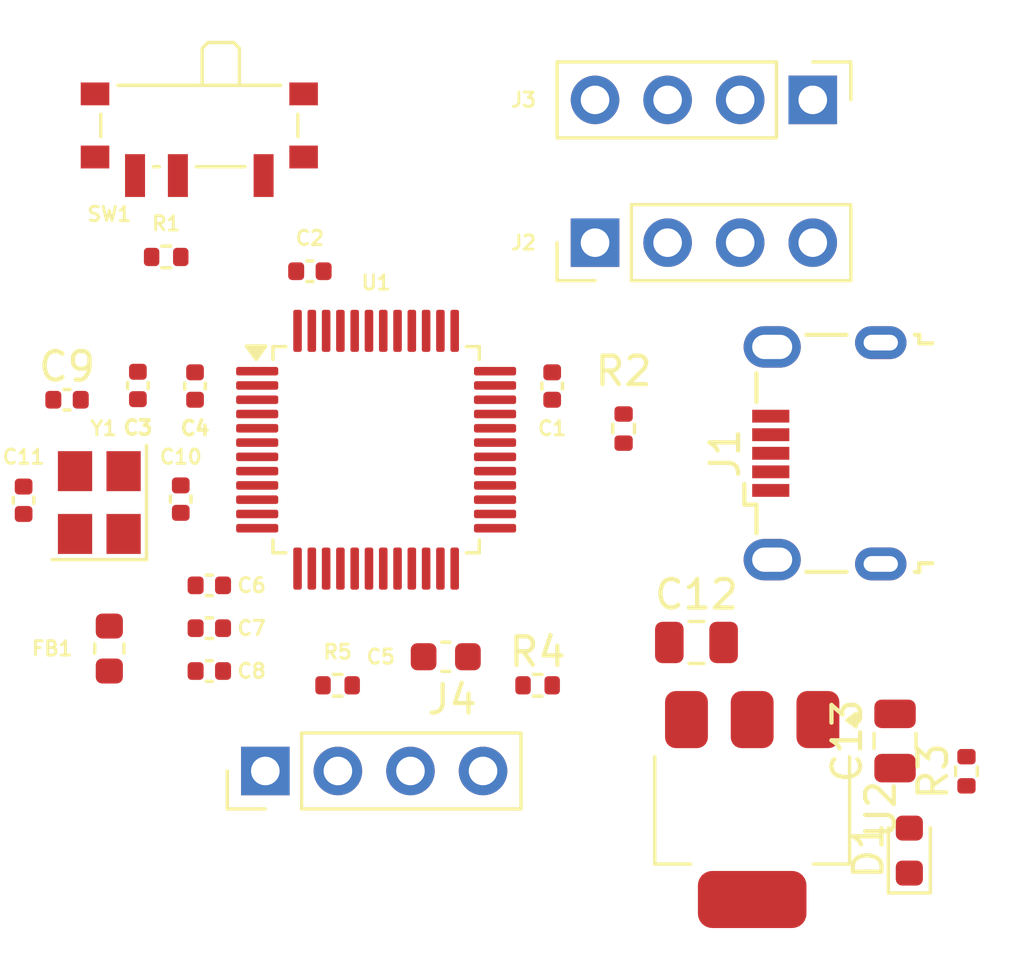
<source format=kicad_pcb>
(kicad_pcb (version 20240108) (generator "pcbnew") (generator_version "8.0")
  (layers (0 "F.Cu" signal) (31 "B.Cu" power) (34 "B.Paste" user) (35 "F.Paste" user) (36 "B.SilkS" user "B.Silkscreen") (37 "F.SilkS" user "F.Silkscreen") (38 "B.Mask" user) (39 "F.Mask" user) (44 "Edge.Cuts" user))
  (net 0 "")
  (net 1 "GND")
  (net 2 "+3.3V")
  (net 3 "+3.3VA")
  (net 4 "/NRST")
  (net 5 "/HSE_IN")
  (net 6 "/HSE_OUT")
  (net 7 "VBUS")
  (net 8 "/PWR_LED_K")
  (net 12 "/USB_D-")
  (net 13 "/USB_D+")
  (net 16 "/USART1_TX")
  (net 17 "/USART1_RX")
  (net 18 "/SWDIO")
  (net 19 "/SWCLK")
  (net 20 "/I2C2_SDA")
  (net 21 "/I2C2_SCL")
  (net 22 "/BOOT0")
  (net 23 "/SW_BOOT0")
  (footprint "Capacitor_SMD:C_0603_1608Metric" (layer "F.Cu") (at 137.275 90.5 180)
    (property "Reference" "C5" (at 2.275 0 360) (layer "F.SilkS") (effects (font (size 0.5 0.5) (thickness 0.1))))
    (property "Value" "10u")
    (fp_line (start -0.14058 0.51) (end 0.14058 0.51) (stroke (width 0.12)) (layer "F.SilkS"))
    (fp_line (start -0.14058 -0.51) (end 0.14058 -0.51) (stroke (width 0.12)) (layer "F.SilkS"))
    (pad "1" smd roundrect (at -0.775 0 180) (size 0.9 0.95) (layers "F.Cu" "F.Paste" "F.Mask") (net 2 "+3.3V"))
    (pad "2" smd roundrect (at 0.775 0 180) (size 0.9 0.95) (layers "F.Cu" "F.Paste" "F.Mask") (net 1 "GND"))
  )
  (footprint "Resistor_SMD:R_0402_1005Metric" (layer "F.Cu") (at 140.49 91.5)
    (property "Reference" "R4" (at 0 -1.17 360) (layer "F.SilkS"))
    (property "Value" "1k5")
    (fp_line (start -0.153641 -0.38) (end 0.153641 -0.38) (stroke (width 0.12)) (layer "F.SilkS"))
    (fp_line (start -0.153641 0.38) (end 0.153641 0.38) (stroke (width 0.12)) (layer "F.SilkS"))
    (pad "1" smd roundrect (at -0.51 0) (size 0.54 0.64) (layers "F.Cu" "F.Paste" "F.Mask") (net 2 "+3.3V"))
    (pad "2" smd roundrect (at 0.51 0) (size 0.54 0.64) (layers "F.Cu" "F.Paste" "F.Mask") (net 21 "/I2C2_SCL"))
  )
  (footprint "Capacitor_SMD:C_0402_1005Metric" (layer "F.Cu") (at 128.5 81.02 -90)
    (property "Reference" "C4" (at 1.48 0 180) (layer "F.SilkS") (effects (font (size 0.5 0.5) (thickness 0.125))))
    (property "Value" "100n")
    (fp_line (start -0.107836 0.36) (end 0.107836 0.36) (stroke (width 0.12)) (layer "F.SilkS"))
    (fp_line (start -0.107836 -0.36) (end 0.107836 -0.36) (stroke (width 0.12)) (layer "F.SilkS"))
    (pad "1" smd roundrect (at -0.48 0 270) (size 0.56 0.62) (layers "F.Cu" "F.Paste" "F.Mask") (net 2 "+3.3V"))
    (pad "2" smd roundrect (at 0.48 0 270) (size 0.56 0.62) (layers "F.Cu" "F.Paste" "F.Mask") (net 1 "GND"))
  )
  (footprint "Capacitor_SMD:C_0402_1005Metric" (layer "F.Cu") (at 129 89.5)
    (property "Reference" "C7" (at 1.48 0 0) (layer "F.SilkS") (effects (font (size 0.5 0.5) (thickness 0.1) (bold yes))))
    (property "Value" "1u")
    (fp_line (start -0.107836 -0.36) (end 0.107836 -0.36) (stroke (width 0.12)) (layer "F.SilkS"))
    (fp_line (start -0.107836 0.36) (end 0.107836 0.36) (stroke (width 0.12)) (layer "F.SilkS"))
    (pad "1" smd roundrect (at -0.48 0) (size 0.56 0.62) (layers "F.Cu" "F.Paste" "F.Mask") (net 3 "+3.3VA"))
    (pad "2" smd roundrect (at 0.48 0) (size 0.56 0.62) (layers "F.Cu" "F.Paste" "F.Mask") (net 1 "GND"))
  )
  (footprint "Connector_PinHeader_2.54mm:PinHeader_1x04_P2.54mm_Vertical" (layer "F.Cu") (at 142.5 76 90)
    (property "Reference" "J2" (at 0 -2.5 180) (layer "F.SilkS") (effects (font (size 0.5 0.5) (thickness 0.1) (bold yes))))
    (property "Value" "Conn_01x04_Pin")
    (fp_line (start -1.33 -1.33) (end 0 -1.33) (stroke (width 0.12)) (layer "F.SilkS"))
    (fp_line (start -1.33 0) (end -1.33 -1.33) (stroke (width 0.12)) (layer "F.SilkS"))
    (fp_line (start 1.33 1.27) (end 1.33 8.95) (stroke (width 0.12)) (layer "F.SilkS"))
    (fp_line (start -1.33 1.27) (end 1.33 1.27) (stroke (width 0.12)) (layer "F.SilkS"))
    (fp_line (start -1.33 1.27) (end -1.33 8.95) (stroke (width 0.12)) (layer "F.SilkS"))
    (fp_line (start -1.33 8.95) (end 1.33 8.95) (stroke (width 0.12)) (layer "F.SilkS"))
    (pad "1" thru_hole rect (at 0 0 90) (size 1.7 1.7) (drill 1) (layers "*.Cu" "*.Mask") (net 1 "GND"))
    (pad "2" thru_hole oval (at 0 2.54 90) (size 1.7 1.7) (drill 1) (layers "*.Cu" "*.Mask") (net 17 "/USART1_RX"))
    (pad "3" thru_hole oval (at 0 5.08 90) (size 1.7 1.7) (drill 1) (layers "*.Cu" "*.Mask") (net 16 "/USART1_TX"))
    (pad "4" thru_hole oval (at 0 7.62 90) (size 1.7 1.7) (drill 1) (layers "*.Cu" "*.Mask") (net 2 "+3.3V"))
  )
  (footprint "Resistor_SMD:R_0402_1005Metric" (layer "F.Cu") (at 155.5 94.51 90)
    (property "Reference" "R3" (at 0 -1.17 90) (layer "F.SilkS"))
    (property "Value" "1k5")
    (fp_line (start -0.153641 -0.38) (end 0.153641 -0.38) (stroke (width 0.12)) (layer "F.SilkS"))
    (fp_line (start -0.153641 0.38) (end 0.153641 0.38) (stroke (width 0.12)) (layer "F.SilkS"))
    (pad "1" smd roundrect (at -0.51 0 90) (size 0.54 0.64) (layers "F.Cu" "F.Paste" "F.Mask") (net 8 "/PWR_LED_K"))
    (pad "2" smd roundrect (at 0.51 0 90) (size 0.54 0.64) (layers "F.Cu" "F.Paste" "F.Mask") (net 1 "GND"))
  )
  (footprint "Button_Switch_SMD:SW_SPDT_PCM12" (layer "F.Cu") (at 128.65 72.22 180)
    (property "Reference" "SW1" (at 3.15 -2.78 0) (layer "F.SilkS") (effects (font (size 0.5 0.5) (thickness 0.1) (bold yes))))
    (property "Value" "SW_SPDT")
    (fp_line (start 3.45 0.72) (end 3.45 -0.07) (stroke (width 0.12)) (layer "F.SilkS"))
    (fp_line (start 1.4 -1.12) (end 1.6 -1.12) (stroke (width 0.12)) (layer "F.SilkS"))
    (fp_line (start -0.1 3.02) (end -0.1 1.73) (stroke (width 0.12)) (layer "F.SilkS"))
    (fp_line (start -0.1 3.02) (end -0.3 3.23) (stroke (width 0.12)) (layer "F.SilkS"))
    (fp_line (start -1.2 3.23) (end -0.3 3.23) (stroke (width 0.12)) (layer "F.SilkS"))
    (fp_line (start -1.4 3.02) (end -1.2 3.23) (stroke (width 0.12)) (layer "F.SilkS"))
    (fp_line (start -1.4 1.73) (end -1.4 3.02) (stroke (width 0.12)) (layer "F.SilkS"))
    (fp_line (start -1.6 -1.12) (end 0.1 -1.12) (stroke (width 0.12)) (layer "F.SilkS"))
    (fp_line (start -2.85 1.73) (end 2.85 1.73) (stroke (width 0.12)) (layer "F.SilkS"))
    (fp_line (start -3.45 -0.07) (end -3.45 0.72) (stroke (width 0.12)) (layer "F.SilkS"))
    (pad "" smd rect (at -3.65 -0.78 180) (size 1 0.8) (layers "F.Cu" "F.Paste" "F.Mask"))
    (pad "" smd rect (at -3.65 1.43 180) (size 1 0.8) (layers "F.Cu" "F.Paste" "F.Mask"))
    (pad "" np_thru_hole circle (at -1.5 0.33 180) (size 0.9 0.9) (drill 0.9) (layers "*.Cu" "*.Mask"))
    (pad "" np_thru_hole circle (at 1.5 0.33 180) (size 0.9 0.9) (drill 0.9) (layers "*.Cu" "*.Mask"))
    (pad "" smd rect (at 3.65 -0.78 180) (size 1 0.8) (layers "F.Cu" "F.Paste" "F.Mask"))
    (pad "" smd rect (at 3.65 1.43 180) (size 1 0.8) (layers "F.Cu" "F.Paste" "F.Mask"))
    (pad "1" smd rect (at -2.25 -1.43 180) (size 0.7 1.5) (layers "F.Cu" "F.Paste" "F.Mask") (net 1 "GND"))
    (pad "2" smd rect (at 0.75 -1.43 180) (size 0.7 1.5) (layers "F.Cu" "F.Paste" "F.Mask") (net 23 "/SW_BOOT0"))
    (pad "3" smd rect (at 2.25 -1.43 180) (size 0.7 1.5) (layers "F.Cu" "F.Paste" "F.Mask") (net 2 "+3.3V"))
  )
  (footprint "Capacitor_SMD:C_0402_1005Metric" (layer "F.Cu") (at 126.5 81 -90)
    (property "Reference" "C3" (at 1.48 0 180) (layer "F.SilkS") (effects (font (size 0.5 0.5) (thickness 0.125))))
    (property "Value" "100n")
    (fp_line (start -0.107836 0.36) (end 0.107836 0.36) (stroke (width 0.12)) (layer "F.SilkS"))
    (fp_line (start -0.107836 -0.36) (end 0.107836 -0.36) (stroke (width 0.12)) (layer "F.SilkS"))
    (pad "1" smd roundrect (at -0.48 0 270) (size 0.56 0.62) (layers "F.Cu" "F.Paste" "F.Mask") (net 2 "+3.3V"))
    (pad "2" smd roundrect (at 0.48 0 270) (size 0.56 0.62) (layers "F.Cu" "F.Paste" "F.Mask") (net 1 "GND"))
  )
  (footprint "Package_TO_SOT_SMD:SOT-223-3_TabPin2" (layer "F.Cu") (at 148 95.85 -90)
    (property "Reference" "U2" (at 0 -4.5 90) (layer "F.SilkS"))
    (property "Value" "AMS1117-3.3")
    (fp_line (start -1.85 3.41) (end 1.91 3.41) (stroke (width 0.12)) (layer "F.SilkS"))
    (fp_line (start 1.91 3.41) (end 1.91 2.15) (stroke (width 0.12)) (layer "F.SilkS"))
    (fp_line (start -1.85 -3.41) (end 1.91 -3.41) (stroke (width 0.12)) (layer "F.SilkS"))
    (fp_line (start 1.91 -3.41) (end 1.91 -2.15) (stroke (width 0.12)) (layer "F.SilkS"))
    (fp_poly (pts (xy -3.13 -3.31) (xy -3.37 -3.64) (xy -2.89 -3.64) (xy -3.13 -3.31)) (stroke (width 0.12)) (fill solid) (layer "F.SilkS"))
    (pad "1" smd roundrect (at -3.15 -2.3 270) (size 2 1.5) (layers "F.Cu" "F.Paste" "F.Mask") (net 1 "GND"))
    (pad "2" smd roundrect (at -3.15 0 270) (size 2 1.5) (layers "F.Cu" "F.Paste" "F.Mask") (net 2 "+3.3V"))
    (pad "2" smd roundrect (at 3.15 0 270) (size 2 3.8) (layers "F.Cu" "F.Paste" "F.Mask") (net 2 "+3.3V"))
    (pad "3" smd roundrect (at -3.15 2.3 270) (size 2 1.5) (layers "F.Cu" "F.Paste" "F.Mask") (net 7 "VBUS"))
  )
  (footprint "Capacitor_SMD:C_0402_1005Metric" (layer "F.Cu") (at 122.5 85.02 -90)
    (property "Reference" "C11" (at -1.52 0 180) (layer "F.SilkS") (effects (font (size 0.5 0.5) (thickness 0.1) (bold yes))))
    (property "Value" "10p")
    (fp_line (start -0.107836 0.36) (end 0.107836 0.36) (stroke (width 0.12)) (layer "F.SilkS"))
    (fp_line (start -0.107836 -0.36) (end 0.107836 -0.36) (stroke (width 0.12)) (layer "F.SilkS"))
    (pad "1" smd roundrect (at -0.48 0 270) (size 0.56 0.62) (layers "F.Cu" "F.Paste" "F.Mask") (net 6 "/HSE_OUT"))
    (pad "2" smd roundrect (at 0.48 0 270) (size 0.56 0.62) (layers "F.Cu" "F.Paste" "F.Mask") (net 1 "GND"))
  )
  (footprint "Resistor_SMD:R_0402_1005Metric" (layer "F.Cu") (at 133.49 91.5)
    (property "Reference" "R5" (at 0 -1.17 0) (layer "F.SilkS") (effects (font (size 0.5 0.5) (thickness 0.1) (bold yes))))
    (property "Value" "1k5")
    (fp_line (start -0.153641 -0.38) (end 0.153641 -0.38) (stroke (width 0.12)) (layer "F.SilkS"))
    (fp_line (start -0.153641 0.38) (end 0.153641 0.38) (stroke (width 0.12)) (layer "F.SilkS"))
    (pad "1" smd roundrect (at -0.51 0) (size 0.54 0.64) (layers "F.Cu" "F.Paste" "F.Mask") (net 2 "+3.3V"))
    (pad "2" smd roundrect (at 0.51 0) (size 0.54 0.64) (layers "F.Cu" "F.Paste" "F.Mask") (net 20 "/I2C2_SDA"))
  )
  (footprint "Capacitor_SMD:C_0805_2012Metric" (layer "F.Cu") (at 153 93.45 90)
    (property "Reference" "C13" (at 0 -1.68 90) (layer "F.SilkS"))
    (property "Value" "22u")
    (fp_line (start -0.261252 -0.735) (end 0.261252 -0.735) (stroke (width 0.12)) (layer "F.SilkS"))
    (fp_line (start -0.261252 0.735) (end 0.261252 0.735) (stroke (width 0.12)) (layer "F.SilkS"))
    (pad "1" smd roundrect (at -0.95 0 90) (size 1 1.45) (layers "F.Cu" "F.Paste" "F.Mask") (net 2 "+3.3V"))
    (pad "2" smd roundrect (at 0.95 0 90) (size 1 1.45) (layers "F.Cu" "F.Paste" "F.Mask") (net 1 "GND"))
  )
  (footprint "Capacitor_SMD:C_0402_1005Metric" (layer "F.Cu") (at 124.02 81.5)
    (property "Reference" "C9" (at 0 -1.16 360) (layer "F.SilkS"))
    (property "Value" "100n")
    (fp_line (start -0.107836 -0.36) (end 0.107836 -0.36) (stroke (width 0.12)) (layer "F.SilkS"))
    (fp_line (start -0.107836 0.36) (end 0.107836 0.36) (stroke (width 0.12)) (layer "F.SilkS"))
    (pad "1" smd roundrect (at -0.48 0) (size 0.56 0.62) (layers "F.Cu" "F.Paste" "F.Mask") (net 4 "/NRST"))
    (pad "2" smd roundrect (at 0.48 0) (size 0.56 0.62) (layers "F.Cu" "F.Paste" "F.Mask") (net 1 "GND"))
  )
  (footprint "Capacitor_SMD:C_0402_1005Metric" (layer "F.Cu") (at 129 88)
    (property "Reference" "C6" (at 1.48 0 0) (layer "F.SilkS") (effects (font (size 0.5 0.5) (thickness 0.1) (bold yes))))
    (property "Value" "10n")
    (fp_line (start -0.107836 -0.36) (end 0.107836 -0.36) (stroke (width 0.12)) (layer "F.SilkS"))
    (fp_line (start -0.107836 0.36) (end 0.107836 0.36) (stroke (width 0.12)) (layer "F.SilkS"))
    (pad "1" smd roundrect (at -0.48 0) (size 0.56 0.62) (layers "F.Cu" "F.Paste" "F.Mask") (net 3 "+3.3VA"))
    (pad "2" smd roundrect (at 0.48 0) (size 0.56 0.62) (layers "F.Cu" "F.Paste" "F.Mask") (net 1 "GND"))
  )
  (footprint "Connector_PinHeader_2.54mm:PinHeader_1x04_P2.54mm_Vertical" (layer "F.Cu") (at 150.12 71 -90)
    (property "Reference" "J3" (at 0 10.12 0) (layer "F.SilkS") (effects (font (size 0.5 0.5) (thickness 0.1) (bold yes))))
    (property "Value" "Conn_01x04_Pin")
    (fp_line (start -1.33 8.95) (end 1.33 8.95) (stroke (width 0.12)) (layer "F.SilkS"))
    (fp_line (start -1.33 1.27) (end -1.33 8.95) (stroke (width 0.12)) (layer "F.SilkS"))
    (fp_line (start -1.33 1.27) (end 1.33 1.27) (stroke (width 0.12)) (layer "F.SilkS"))
    (fp_line (start 1.33 1.27) (end 1.33 8.95) (stroke (width 0.12)) (layer "F.SilkS"))
    (fp_line (start -1.33 0) (end -1.33 -1.33) (stroke (width 0.12)) (layer "F.SilkS"))
    (fp_line (start -1.33 -1.33) (end 0 -1.33) (stroke (width 0.12)) (layer "F.SilkS"))
    (pad "1" thru_hole rect (at 0 0 270) (size 1.7 1.7) (drill 1) (layers "*.Cu" "*.Mask") (net 2 "+3.3V"))
    (pad "2" thru_hole oval (at 0 2.54 270) (size 1.7 1.7) (drill 1) (layers "*.Cu" "*.Mask") (net 18 "/SWDIO"))
    (pad "3" thru_hole oval (at 0 5.08 270) (size 1.7 1.7) (drill 1) (layers "*.Cu" "*.Mask") (net 19 "/SWCLK"))
    (pad "4" thru_hole oval (at 0 7.62 270) (size 1.7 1.7) (drill 1) (layers "*.Cu" "*.Mask") (net 1 "GND"))
  )
  (footprint "Inductor_SMD:L_0603_1608Metric" (layer "F.Cu") (at 125.5 90.2125 90)
    (property "Reference" "FB1" (at 0 -2 180) (layer "F.SilkS") (effects (font (size 0.5 0.5) (thickness 0.1) (bold yes))))
    (property "Value" "120R")
    (fp_line (start -0.162779 -0.51) (end 0.162779 -0.51) (stroke (width 0.12)) (layer "F.SilkS"))
    (fp_line (start -0.162779 0.51) (end 0.162779 0.51) (stroke (width 0.12)) (layer "F.SilkS"))
    (pad "1" smd roundrect (at -0.7875 0 90) (size 0.875 0.95) (layers "F.Cu" "F.Paste" "F.Mask") (net 3 "+3.3VA"))
    (pad "2" smd roundrect (at 0.7875 0 90) (size 0.875 0.95) (layers "F.Cu" "F.Paste" "F.Mask") (net 3 "+3.3VA"))
  )
  (footprint "Resistor_SMD:R_0402_1005Metric" (layer "F.Cu") (at 127.49 76.5)
    (property "Reference" "R1" (at 0 -1.17 0) (layer "F.SilkS") (effects (font (size 0.5 0.5) (thickness 0.1) (bold yes))))
    (property "Value" "10K")
    (fp_line (start -0.153641 -0.38) (end 0.153641 -0.38) (stroke (width 0.12)) (layer "F.SilkS"))
    (fp_line (start -0.153641 0.38) (end 0.153641 0.38) (stroke (width 0.12)) (layer "F.SilkS"))
    (pad "1" smd roundrect (at -0.51 0) (size 0.54 0.64) (layers "F.Cu" "F.Paste" "F.Mask") (net 23 "/SW_BOOT0"))
    (pad "2" smd roundrect (at 0.51 0) (size 0.54 0.64) (layers "F.Cu" "F.Paste" "F.Mask") (net 22 "/BOOT0"))
  )
  (footprint "Crystal:Crystal_SMD_3225-4Pin_3.2x2.5mm" (layer "F.Cu") (at 125.15 85.1 90)
    (property "Reference" "Y1" (at 2.6 0.15 180) (layer "F.SilkS") (effects (font (size 0.5 0.5) (thickness 0.1) (bold yes))))
    (property "Value" "16MHz")
    (fp_line (start -2 -1.65) (end -2 1.65) (stroke (width 0.12)) (layer "F.SilkS"))
    (fp_line (start -2 1.65) (end 2 1.65) (stroke (width 0.12)) (layer "F.SilkS"))
    (pad "1" smd rect (at -1.1 0.85 90) (size 1.4 1.2) (layers "F.Cu" "F.Paste" "F.Mask") (net 5 "/HSE_IN"))
    (pad "2" smd rect (at 1.1 0.85 90) (size 1.4 1.2) (layers "F.Cu" "F.Paste" "F.Mask") (net 1 "GND"))
    (pad "3" smd rect (at 1.1 -0.85 90) (size 1.4 1.2) (layers "F.Cu" "F.Paste" "F.Mask") (net 6 "/HSE_OUT"))
    (pad "4" smd rect (at -1.1 -0.85 90) (size 1.4 1.2) (layers "F.Cu" "F.Paste" "F.Mask") (net 1 "GND"))
  )
  (footprint "Capacitor_SMD:C_0402_1005Metric" (layer "F.Cu") (at 141 81.02 -90)
    (property "Reference" "C1" (at 1.48 0 180) (layer "F.SilkS") (effects (font (size 0.5 0.5) (thickness 0.1) (bold yes))))
    (property "Value" "100n")
    (fp_line (start -0.107836 0.36) (end 0.107836 0.36) (stroke (width 0.12)) (layer "F.SilkS"))
    (fp_line (start -0.107836 -0.36) (end 0.107836 -0.36) (stroke (width 0.12)) (layer "F.SilkS"))
    (pad "1" smd roundrect (at -0.48 0 270) (size 0.56 0.62) (layers "F.Cu" "F.Paste" "F.Mask") (net 2 "+3.3V"))
    (pad "2" smd roundrect (at 0.48 0 270) (size 0.56 0.62) (layers "F.Cu" "F.Paste" "F.Mask") (net 1 "GND"))
  )
  (footprint "Resistor_SMD:R_0402_1005Metric" (layer "F.Cu") (at 143.5 82.51 90)
    (property "Reference" "R2" (at 2.01 0 180) (layer "F.SilkS"))
    (property "Value" "1k5")
    (fp_line (start -0.153641 -0.38) (end 0.153641 -0.38) (stroke (width 0.12)) (layer "F.SilkS"))
    (fp_line (start -0.153641 0.38) (end 0.153641 0.38) (stroke (width 0.12)) (layer "F.SilkS"))
    (pad "1" smd roundrect (at -0.51 0 90) (size 0.54 0.64) (layers "F.Cu" "F.Paste" "F.Mask") (net 2 "+3.3V"))
    (pad "2" smd roundrect (at 0.51 0 90) (size 0.54 0.64) (layers "F.Cu" "F.Paste" "F.Mask") (net 13 "/USB_D+"))
  )
  (footprint "Capacitor_SMD:C_0402_1005Metric" (layer "F.Cu") (at 132.52 77)
    (property "Reference" "C2" (at 0 -1.16 0) (layer "F.SilkS") (effects (font (size 0.5 0.5) (thickness 0.1) (bold yes))))
    (property "Value" "100n")
    (fp_line (start -0.107836 -0.36) (end 0.107836 -0.36) (stroke (width 0.12)) (layer "F.SilkS"))
    (fp_line (start -0.107836 0.36) (end 0.107836 0.36) (stroke (width 0.12)) (layer "F.SilkS"))
    (pad "1" smd roundrect (at -0.48 0) (size 0.56 0.62) (layers "F.Cu" "F.Paste" "F.Mask") (net 2 "+3.3V"))
    (pad "2" smd roundrect (at 0.48 0) (size 0.56 0.62) (layers "F.Cu" "F.Paste" "F.Mask") (net 1 "GND"))
  )
  (footprint "LED_SMD:LED_0603_1608Metric" (layer "F.Cu") (at 153.5 97.2875 90)
    (property "Reference" "D1" (at 0 -1.43 90) (layer "F.SilkS"))
    (property "Value" "LED")
    (fp_line (start 0.8 -0.735) (end -1.485 -0.735) (stroke (width 0.12)) (layer "F.SilkS"))
    (fp_line (start -1.485 -0.735) (end -1.485 0.735) (stroke (width 0.12)) (layer "F.SilkS"))
    (fp_line (start -1.485 0.735) (end 0.8 0.735) (stroke (width 0.12)) (layer "F.SilkS"))
    (pad "1" smd roundrect (at -0.7875 0 90) (size 0.875 0.95) (layers "F.Cu" "F.Paste" "F.Mask") (net 8 "/PWR_LED_K"))
    (pad "2" smd roundrect (at 0.7875 0 90) (size 0.875 0.95) (layers "F.Cu" "F.Paste" "F.Mask") (net 2 "+3.3V"))
  )
  (footprint "Capacitor_SMD:C_0402_1005Metric" (layer "F.Cu") (at 128 84.98 90)
    (property "Reference" "C10" (at 1.48 0 180) (layer "F.SilkS") (effects (font (size 0.5 0.5) (thickness 0.1) (bold yes))))
    (property "Value" "10p")
    (fp_line (start -0.107836 -0.36) (end 0.107836 -0.36) (stroke (width 0.12)) (layer "F.SilkS"))
    (fp_line (start -0.107836 0.36) (end 0.107836 0.36) (stroke (width 0.12)) (layer "F.SilkS"))
    (pad "1" smd roundrect (at -0.48 0 90) (size 0.56 0.62) (layers "F.Cu" "F.Paste" "F.Mask") (net 5 "/HSE_IN"))
    (pad "2" smd roundrect (at 0.48 0 90) (size 0.56 0.62) (layers "F.Cu" "F.Paste" "F.Mask") (net 1 "GND"))
  )
  (footprint "Capacitor_SMD:C_0402_1005Metric" (layer "F.Cu") (at 129 91)
    (property "Reference" "C8" (at 1.48 0 0) (layer "F.SilkS") (effects (font (size 0.5 0.5) (thickness 0.1) (bold yes))))
    (property "Value" "1u")
    (fp_line (start -0.107836 -0.36) (end 0.107836 -0.36) (stroke (width 0.12)) (layer "F.SilkS"))
    (fp_line (start -0.107836 0.36) (end 0.107836 0.36) (stroke (width 0.12)) (layer "F.SilkS"))
    (pad "1" smd roundrect (at -0.48 0) (size 0.56 0.62) (layers "F.Cu" "F.Paste" "F.Mask") (net 3 "+3.3VA"))
    (pad "2" smd roundrect (at 0.48 0) (size 0.56 0.62) (layers "F.Cu" "F.Paste" "F.Mask") (net 1 "GND"))
  )
  (footprint "Connector_PinHeader_2.54mm:PinHeader_1x04_P2.54mm_Vertical" (layer "F.Cu") (at 130.96 94.5 90)
    (property "Reference" "J4" (at 2.5 6.54 180) (layer "F.SilkS"))
    (property "Value" "Conn_01x04_Pin")
    (fp_line (start -1.33 -1.33) (end 0 -1.33) (stroke (width 0.12)) (layer "F.SilkS"))
    (fp_line (start -1.33 0) (end -1.33 -1.33) (stroke (width 0.12)) (layer "F.SilkS"))
    (fp_line (start 1.33 1.27) (end 1.33 8.95) (stroke (width 0.12)) (layer "F.SilkS"))
    (fp_line (start -1.33 1.27) (end 1.33 1.27) (stroke (width 0.12)) (layer "F.SilkS"))
    (fp_line (start -1.33 1.27) (end -1.33 8.95) (stroke (width 0.12)) (layer "F.SilkS"))
    (fp_line (start -1.33 8.95) (end 1.33 8.95) (stroke (width 0.12)) (layer "F.SilkS"))
    (pad "1" thru_hole rect (at 0 0 90) (size 1.7 1.7) (drill 1) (layers "*.Cu" "*.Mask") (net 1 "GND"))
    (pad "2" thru_hole oval (at 0 2.54 90) (size 1.7 1.7) (drill 1) (layers "*.Cu" "*.Mask") (net 20 "/I2C2_SDA"))
    (pad "3" thru_hole oval (at 0 5.08 90) (size 1.7 1.7) (drill 1) (layers "*.Cu" "*.Mask") (net 21 "/I2C2_SCL"))
    (pad "4" thru_hole oval (at 0 7.62 90) (size 1.7 1.7) (drill 1) (layers "*.Cu" "*.Mask") (net 2 "+3.3V"))
  )
  (footprint "Package_QFP:LQFP-48_7x7mm_P0.5mm" (layer "F.Cu") (at 134.8375 83.25)
    (property "Reference" "U1" (at 0 -5.85 0) (layer "F.SilkS") (effects (font (size 0.5 0.5) (thickness 0.1) (bold yes))))
    (property "Value" "STM32F103C8Tx")
    (fp_line (start -3.61 -3.61) (end -3.61 -3.16) (stroke (width 0.12)) (layer "F.SilkS"))
    (fp_line (start -3.61 3.61) (end -3.61 3.16) (stroke (width 0.12)) (layer "F.SilkS"))
    (fp_line (start -3.16 -3.61) (end -3.61 -3.61) (stroke (width 0.12)) (layer "F.SilkS"))
    (fp_line (start -3.16 3.61) (end -3.61 3.61) (stroke (width 0.12)) (layer "F.SilkS"))
    (fp_line (start 3.16 -3.61) (end 3.61 -3.61) (stroke (width 0.12)) (layer "F.SilkS"))
    (fp_line (start 3.16 3.61) (end 3.61 3.61) (stroke (width 0.12)) (layer "F.SilkS"))
    (fp_line (start 3.61 -3.61) (end 3.61 -3.16) (stroke (width 0.12)) (layer "F.SilkS"))
    (fp_line (start 3.61 3.61) (end 3.61 3.16) (stroke (width 0.12)) (layer "F.SilkS"))
    (fp_poly (pts (xy -4.2 -3.16) (xy -4.54 -3.63) (xy -3.86 -3.63) (xy -4.2 -3.16)) (stroke (width 0.12)) (fill solid) (layer "F.SilkS"))
    (pad "1" smd roundrect (at -4.1625 -2.75) (size 1.475 0.3) (layers "F.Cu" "F.Paste" "F.Mask") (net 2 "+3.3V"))
    (pad "2" smd roundrect (at -4.1625 -2.25) (size 1.475 0.3) (layers "F.Cu" "F.Paste" "F.Mask"))
    (pad "3" smd roundrect (at -4.1625 -1.75) (size 1.475 0.3) (layers "F.Cu" "F.Paste" "F.Mask"))
    (pad "4" smd roundrect (at -4.1625 -1.25) (size 1.475 0.3) (layers "F.Cu" "F.Paste" "F.Mask"))
    (pad "5" smd roundrect (at -4.1625 -0.75) (size 1.475 0.3) (layers "F.Cu" "F.Paste" "F.Mask") (net 5 "/HSE_IN"))
    (pad "6" smd roundrect (at -4.1625 -0.25) (size 1.475 0.3) (layers "F.Cu" "F.Paste" "F.Mask") (net 6 "/HSE_OUT"))
    (pad "7" smd roundrect (at -4.1625 0.25) (size 1.475 0.3) (layers "F.Cu" "F.Paste" "F.Mask") (net 4 "/NRST"))
    (pad "8" smd roundrect (at -4.1625 0.75) (size 1.475 0.3) (layers "F.Cu" "F.Paste" "F.Mask") (net 1 "GND"))
    (pad "9" smd roundrect (at -4.1625 1.25) (size 1.475 0.3) (layers "F.Cu" "F.Paste" "F.Mask") (net 3 "+3.3VA"))
    (pad "10" smd roundrect (at -4.1625 1.75) (size 1.475 0.3) (layers "F.Cu" "F.Paste" "F.Mask"))
    (pad "11" smd roundrect (at -4.1625 2.25) (size 1.475 0.3) (layers "F.Cu" "F.Paste" "F.Mask"))
    (pad "12" smd roundrect (at -4.1625 2.75) (size 1.475 0.3) (layers "F.Cu" "F.Paste" "F.Mask"))
    (pad "13" smd roundrect (at -2.75 4.1625) (size 0.3 1.475) (layers "F.Cu" "F.Paste" "F.Mask"))
    (pad "14" smd roundrect (at -2.25 4.1625) (size 0.3 1.475) (layers "F.Cu" "F.Paste" "F.Mask"))
    (pad "15" smd roundrect (at -1.75 4.1625) (size 0.3 1.475) (layers "F.Cu" "F.Paste" "F.Mask"))
    (pad "16" smd roundrect (at -1.25 4.1625) (size 0.3 1.475) (layers "F.Cu" "F.Paste" "F.Mask"))
    (pad "17" smd roundrect (at -0.75 4.1625) (size 0.3 1.475) (layers "F.Cu" "F.Paste" "F.Mask"))
    (pad "18" smd roundrect (at -0.25 4.1625) (size 0.3 1.475) (layers "F.Cu" "F.Paste" "F.Mask"))
    (pad "19" smd roundrect (at 0.25 4.1625) (size 0.3 1.475) (layers "F.Cu" "F.Paste" "F.Mask"))
    (pad "20" smd roundrect (at 0.75 4.1625) (size 0.3 1.475) (layers "F.Cu" "F.Paste" "F.Mask"))
    (pad "21" smd roundrect (at 1.25 4.1625) (size 0.3 1.475) (layers "F.Cu" "F.Paste" "F.Mask") (net 21 "/I2C2_SCL"))
    (pad "22" smd roundrect (at 1.75 4.1625) (size 0.3 1.475) (layers "F.Cu" "F.Paste" "F.Mask") (net 20 "/I2C2_SDA"))
    (pad "23" smd roundrect (at 2.25 4.1625) (size 0.3 1.475) (layers "F.Cu" "F.Paste" "F.Mask") (net 1 "GND"))
    (pad "24" smd roundrect (at 2.75 4.1625) (size 0.3 1.475) (layers "F.Cu" "F.Paste" "F.Mask") (net 2 "+3.3V"))
    (pad "25" smd roundrect (at 4.1625 2.75) (size 1.475 0.3) (layers "F.Cu" "F.Paste" "F.Mask"))
    (pad "26" smd roundrect (at 4.1625 2.25) (size 1.475 0.3) (layers "F.Cu" "F.Paste" "F.Mask"))
    (pad "27" smd roundrect (at 4.1625 1.75) (size 1.475 0.3) (layers "F.Cu" "F.Paste" "F.Mask"))
    (pad "28" smd roundrect (at 4.1625 1.25) (size 1.475 0.3) (layers "F.Cu" "F.Paste" "F.Mask"))
    (pad "29" smd roundrect (at 4.1625 0.75) (size 1.475 0.3) (layers "F.Cu" "F.Paste" "F.Mask"))
    (pad "30" smd roundrect (at 4.1625 0.25) (size 1.475 0.3) (layers "F.Cu" "F.Paste" "F.Mask"))
    (pad "31" smd roundrect (at 4.1625 -0.25) (size 1.475 0.3) (layers "F.Cu" "F.Paste" "F.Mask"))
    (pad "32" smd roundrect (at 4.1625 -0.75) (size 1.475 0.3) (layers "F.Cu" "F.Paste" "F.Mask") (net 12 "/USB_D-"))
    (pad "33" smd roundrect (at 4.1625 -1.25) (size 1.475 0.3) (layers "F.Cu" "F.Paste" "F.Mask") (net 13 "/USB_D+"))
    (pad "34" smd roundrect (at 4.1625 -1.75) (size 1.475 0.3) (layers "F.Cu" "F.Paste" "F.Mask") (net 18 "/SWDIO"))
    (pad "35" smd roundrect (at 4.1625 -2.25) (size 1.475 0.3) (layers "F.Cu" "F.Paste" "F.Mask") (net 1 "GND"))
    (pad "36" smd roundrect (at 4.1625 -2.75) (size 1.475 0.3) (layers "F.Cu" "F.Paste" "F.Mask") (net 2 "+3.3V"))
    (pad "37" smd roundrect (at 2.75 -4.1625) (size 0.3 1.475) (layers "F.Cu" "F.Paste" "F.Mask") (net 19 "/SWCLK"))
    (pad "38" smd roundrect (at 2.25 -4.1625) (size 0.3 1.475) (layers "F.Cu" "F.Paste" "F.Mask"))
    (pad "39" smd roundrect (at 1.75 -4.1625) (size 0.3 1.475) (layers "F.Cu" "F.Paste" "F.Mask"))
    (pad "40" smd roundrect (at 1.25 -4.1625) (size 0.3 1.475) (layers "F.Cu" "F.Paste" "F.Mask"))
    (pad "41" smd roundrect (at 0.75 -4.1625) (size 0.3 1.475) (layers "F.Cu" "F.Paste" "F.Mask"))
    (pad "42" smd roundrect (at 0.25 -4.1625) (size 0.3 1.475) (layers "F.Cu" "F.Paste" "F.Mask") (net 16 "/USART1_TX"))
    (pad "43" smd roundrect (at -0.25 -4.1625) (size 0.3 1.475) (layers "F.Cu" "F.Paste" "F.Mask") (net 17 "/USART1_RX"))
    (pad "44" smd roundrect (at -0.75 -4.1625) (size 0.3 1.475) (layers "F.Cu" "F.Paste" "F.Mask") (net 22 "/BOOT0"))
    (pad "45" smd roundrect (at -1.25 -4.1625) (size 0.3 1.475) (layers "F.Cu" "F.Paste" "F.Mask"))
    (pad "46" smd roundrect (at -1.75 -4.1625) (size 0.3 1.475) (layers "F.Cu" "F.Paste" "F.Mask"))
    (pad "47" smd roundrect (at -2.25 -4.1625) (size 0.3 1.475) (layers "F.Cu" "F.Paste" "F.Mask") (net 1 "GND"))
    (pad "48" smd roundrect (at -2.75 -4.1625) (size 0.3 1.475) (layers "F.Cu" "F.Paste" "F.Mask") (net 2 "+3.3V"))
  )
  (footprint "Connector_USB:USB_Micro-B_Wuerth_629105150521" (layer "F.Cu") (at 150.55 83.375 90)
    (property "Reference" "J1" (at 0 -3.5 90) (layer "F.SilkS"))
    (property "Value" "USB_B_Micro")
    (fp_line (start -1.075 -2.825) (end -1.8 -2.825) (stroke (width 0.15)) (layer "F.SilkS"))
    (fp_line (start -1.8 -2.825) (end -1.8 -2.4) (stroke (width 0.15)) (layer "F.SilkS"))
    (fp_line (start 1.8 -2.4) (end 2.8 -2.4) (stroke (width 0.15)) (layer "F.SilkS"))
    (fp_line (start -1.8 -2.4) (end -2.8 -2.4) (stroke (width 0.15)) (layer "F.SilkS"))
    (fp_line (start -4.15 -0.65) (end -4.15 0.75) (stroke (width 0.15)) (layer "F.SilkS"))
    (fp_line (start 4.15 0.75) (end 4.15 -0.65) (stroke (width 0.15)) (layer "F.SilkS"))
    (fp_line (start -4.15 3.15) (end -4.15 3.3) (stroke (width 0.15)) (layer "F.SilkS"))
    (fp_line (start 4.15 3.3) (end 4.15 3.15) (stroke (width 0.15)) (layer "F.SilkS"))
    (fp_line (start 3.85 3.3) (end 4.15 3.3) (stroke (width 0.15)) (layer "F.SilkS"))
    (fp_line (start -3.85 3.3) (end -3.85 3.75) (stroke (width 0.15)) (layer "F.SilkS"))
    (fp_line (start -4.15 3.3) (end -3.85 3.3) (stroke (width 0.15)) (layer "F.SilkS"))
    (fp_line (start 3.85 3.75) (end 3.85 3.3) (stroke (width 0.15)) (layer "F.SilkS"))
    (pad "" np_thru_hole oval (at -2.5 -0.8 90) (size 0.8 0.8) (drill 0.8) (layers "*.Cu" "*.Mask"))
    (pad "" np_thru_hole oval (at 2.5 -0.8 90) (size 0.8 0.8) (drill 0.8) (layers "*.Cu" "*.Mask"))
    (pad "1" smd rect (at -1.3 -1.9 90) (size 0.45 1.3) (layers "F.Cu" "F.Paste" "F.Mask") (net 7 "VBUS"))
    (pad "2" smd rect (at -0.65 -1.9 90) (size 0.45 1.3) (layers "F.Cu" "F.Paste" "F.Mask") (net 12 "/USB_D-"))
    (pad "3" smd rect (at 0 -1.9 90) (size 0.45 1.3) (layers "F.Cu" "F.Paste" "F.Mask") (net 13 "/USB_D+"))
    (pad "4" smd rect (at 0.65 -1.9 90) (size 0.45 1.3) (layers "F.Cu" "F.Paste" "F.Mask"))
    (pad "5" smd rect (at 1.3 -1.9 90) (size 0.45 1.3) (layers "F.Cu" "F.Paste" "F.Mask") (net 1 "GND"))
    (pad "6" thru_hole oval (at -3.875 1.95 90) (size 1.15 1.8) (drill oval 0.55 1.2) (layers "*.Cu" "*.Mask"))
    (pad "6" thru_hole oval (at -3.725 -1.85 90) (size 1.45 2) (drill oval 0.85 1.4) (layers "*.Cu" "*.Mask"))
    (pad "6" thru_hole oval (at 3.725 -1.85 90) (size 1.45 2) (drill oval 0.85 1.4) (layers "*.Cu" "*.Mask"))
    (pad "6" thru_hole oval (at 3.875 1.95 90) (size 1.15 1.8) (drill oval 0.55 1.2) (layers "*.Cu" "*.Mask"))
  )
  (footprint "Capacitor_SMD:C_0805_2012Metric" (layer "F.Cu") (at 146.05 90)
    (property "Reference" "C12" (at 0 -1.68 360) (layer "F.SilkS"))
    (property "Value" "22u")
    (fp_line (start -0.261252 -0.735) (end 0.261252 -0.735) (stroke (width 0.12)) (layer "F.SilkS"))
    (fp_line (start -0.261252 0.735) (end 0.261252 0.735) (stroke (width 0.12)) (layer "F.SilkS"))
    (pad "1" smd roundrect (at -0.95 0) (size 1 1.45) (layers "F.Cu" "F.Paste" "F.Mask") (net 7 "VBUS"))
    (pad "2" smd roundrect (at 0.95 0) (size 1 1.45) (layers "F.Cu" "F.Paste" "F.Mask") (net 1 "GND"))
  )
)
</source>
